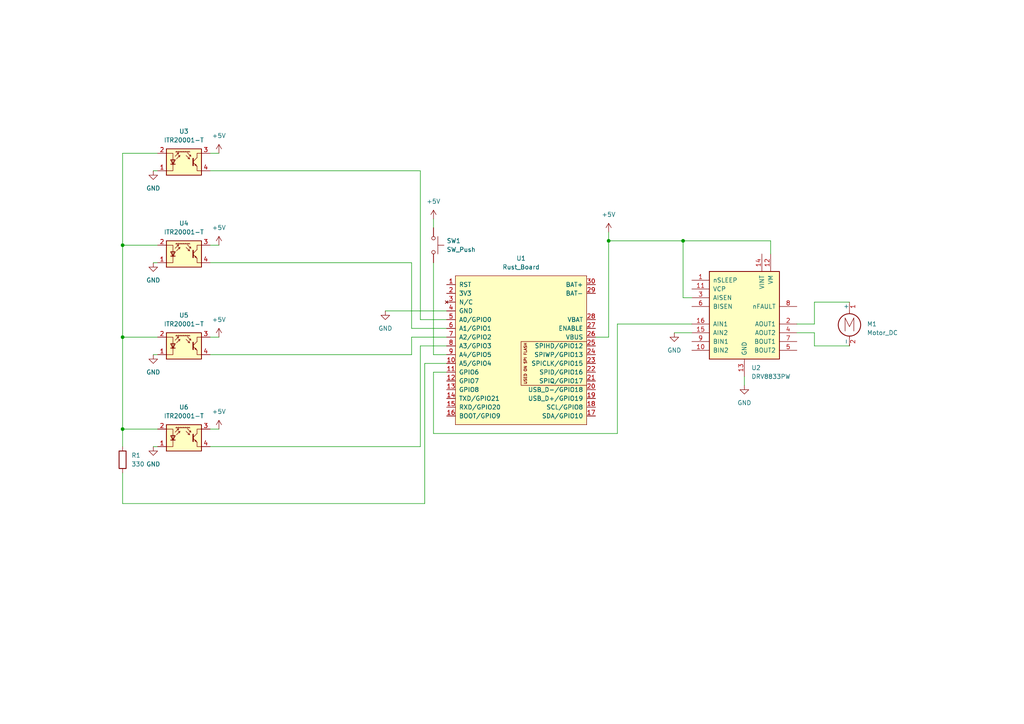
<source format=kicad_sch>
(kicad_sch (version 20211123) (generator eeschema)
  (paper "A4")
  (lib_symbols
    (symbol "Device:R" (pin_numbers hide) (pin_names (offset 0))
      (property "Reference" "R" (at 2.032 0 90))
      (property "Value" "R" (at 0 0 90))
      (symbol "R_0_1"
        (rectangle (start -1.016 -2.54) (end 1.016 2.54) (stroke (width 0.254)))
      )
      (symbol "R_1_1"
        (pin passive line (at 0 3.81 270) (length 1.27) (name "~") (number "1"))
        (pin passive line (at 0 -3.81 90) (length 1.27) (name "~") (number "2"))
      )
    )
    (symbol "Driver_Motor:DRV8833PW" (pin_names (offset 1.016))
      (property "Reference" "U" (at -3.81 16.51 0))
      (property "Value" "DRV8833PW" (at -3.81 13.97 0))
      (symbol "DRV8833PW_0_1"
        (rectangle (start -10.16 12.7) (end 10.16 -12.7) (stroke (width 0.254)) (fill (type background)))
      )
      (symbol "DRV8833PW_1_1"
        (pin input line (at -15.24 10.16 0) (length 5.08) (name "nSLEEP") (number "1"))
        (pin input line (at -15.24 -10.16 0) (length 5.08) (name "BIN2") (number "10"))
        (pin bidirectional line (at -15.24 7.62 0) (length 5.08) (name "VCP") (number "11"))
        (pin power_in line (at 7.62 17.78 270) (length 5.08) (name "VM") (number "12"))
        (pin power_in line (at 0 -17.78 90) (length 5.08) (name "GND") (number "13"))
        (pin power_in line (at 5.08 17.78 270) (length 5.08) (name "VINT") (number "14"))
        (pin input line (at -15.24 -5.08 0) (length 5.08) (name "AIN2") (number "15"))
        (pin input line (at -15.24 -2.54 0) (length 5.08) (name "AIN1") (number "16"))
        (pin power_out line (at 15.24 -2.54 180) (length 5.08) (name "AOUT1") (number "2"))
        (pin bidirectional line (at -15.24 5.08 0) (length 5.08) (name "AISEN") (number "3"))
        (pin power_out line (at 15.24 -5.08 180) (length 5.08) (name "AOUT2") (number "4"))
        (pin power_out line (at 15.24 -10.16 180) (length 5.08) (name "BOUT2") (number "5"))
        (pin bidirectional line (at -15.24 2.54 0) (length 5.08) (name "BISEN") (number "6"))
        (pin power_out line (at 15.24 -7.62 180) (length 5.08) (name "BOUT1") (number "7"))
        (pin open_collector line (at 15.24 2.54 180) (length 5.08) (name "nFAULT") (number "8"))
        (pin input line (at -15.24 -7.62 0) (length 5.08) (name "BIN1") (number "9"))
      )
    )
    (symbol "Motor:Motor_DC" (pin_names (offset 0))
      (property "Reference" "M" (at 2.54 2.54 0))
      (property "Value" "Motor_DC" (at 2.54 -5.08 0))
      (symbol "Motor_DC_0_0"
        (polyline (pts (xy -1.27 -3.302) (xy -1.27 0.508) (xy 0 -2.032) (xy 1.27 0.508) (xy 1.27 -3.302)))
      )
      (symbol "Motor_DC_0_1"
        (circle (center 0 -1.524) (radius 3.2512) (stroke (width 0.254)))
        (polyline (pts (xy 0 -7.62) (xy 0 -7.112)))
        (polyline (pts (xy 0 -4.7752) (xy 0 -5.1816)))
        (polyline (pts (xy 0 1.7272) (xy 0 2.0828)))
        (polyline (pts (xy 0 2.032) (xy 0 2.54)))
      )
      (symbol "Motor_DC_1_1"
        (pin passive line (at 0 5.08 270) (length 2.54) (name "+") (number "1"))
        (pin passive line (at 0 -7.62 90) (length 2.54) (name "-") (number "2"))
      )
    )
    (symbol "Rust_Board:Rust_Board" (pin_names (offset 1.016))
      (property "Reference" "U" (at 0 22.86 0))
      (property "Value" "Rust_Board" (at 0 -22.86 0))
      (symbol "Rust_Board_0_0"
        (rectangle (start 0 2.54) (end 19.05 -10.16))
        (text "USED ON SPI FLASH" (at 1.27 -3.81 900) (effects (font (size 0.7874 0.7874))))
      )
      (symbol "Rust_Board_0_1"
        (rectangle (start -19.05 21.59) (end 19.05 -21.59) (fill (type background)))
      )
      (symbol "Rust_Board_1_1"
        (pin input line (at -21.59 19.05 0) (length 2.54) (name "RST") (number "1"))
        (pin bidirectional line (at -21.59 -3.81 0) (length 2.54) (name "A5/GPIO4") (number "10"))
        (pin bidirectional line (at -21.59 -6.35 0) (length 2.54) (name "GPIO6") (number "11"))
        (pin bidirectional line (at -21.59 -8.89 0) (length 2.54) (name "GPIO7") (number "12"))
        (pin bidirectional line (at -21.59 -11.43 0) (length 2.54) (name "GPIO8") (number "13"))
        (pin bidirectional line (at -21.59 -13.97 0) (length 2.54) (name "TXD/GPIO21") (number "14"))
        (pin bidirectional line (at -21.59 -16.51 0) (length 2.54) (name "RXD/GPIO20") (number "15"))
        (pin bidirectional line (at -21.59 -19.05 0) (length 2.54) (name "BOOT/GPIO9") (number "16"))
        (pin bidirectional line (at 21.59 -19.05 180) (length 2.54) (name "SDA/GPIO10") (number "17"))
        (pin bidirectional line (at 21.59 -16.51 180) (length 2.54) (name "SCL/GPIO8") (number "18"))
        (pin bidirectional line (at 21.59 -13.97 180) (length 2.54) (name "USB_D+/GPIO19") (number "19"))
        (pin power_in line (at -21.59 16.51 0) (length 2.54) (name "3V3") (number "2"))
        (pin bidirectional line (at 21.59 -11.43 180) (length 2.54) (name "USB_D-/GPIO18") (number "20"))
        (pin bidirectional line (at 21.59 -8.89 180) (length 2.54) (name "SPIQ/GPIO17") (number "21"))
        (pin bidirectional line (at 21.59 -6.35 180) (length 2.54) (name "SPID/GPIO16") (number "22"))
        (pin bidirectional line (at 21.59 -3.81 180) (length 2.54) (name "SPICLK/GPIO15") (number "23"))
        (pin bidirectional line (at 21.59 -1.27 180) (length 2.54) (name "SPIWP/GPIO13") (number "24"))
        (pin bidirectional line (at 21.59 1.27 180) (length 2.54) (name "SPIHD/GPIO12") (number "25"))
        (pin power_in line (at 21.59 3.81 180) (length 2.54) (name "VBUS") (number "26"))
        (pin input line (at 21.59 6.35 180) (length 2.54) (name "ENABLE") (number "27"))
        (pin power_in line (at 21.59 8.89 180) (length 2.54) (name "VBAT") (number "28"))
        (pin power_in line (at 21.59 16.51 180) (length 2.54) (name "BAT-") (number "29"))
        (pin no_connect line (at -21.59 13.97 0) (length 2.54) (name "N/C") (number "3"))
        (pin power_in line (at 21.59 19.05 180) (length 2.54) (name "BAT+") (number "30"))
        (pin power_in line (at -21.59 11.43 0) (length 2.54) (name "GND") (number "4"))
        (pin bidirectional line (at -21.59 8.89 0) (length 2.54) (name "A0/GPIO0") (number "5"))
        (pin bidirectional line (at -21.59 6.35 0) (length 2.54) (name "A1/GPIO1") (number "6"))
        (pin bidirectional line (at -21.59 3.81 0) (length 2.54) (name "A2/GPIO2") (number "7"))
        (pin bidirectional line (at -21.59 1.27 0) (length 2.54) (name "A3/GPIO3") (number "8"))
        (pin bidirectional line (at -21.59 -1.27 0) (length 2.54) (name "A4/GPIO5") (number "9"))
      )
    )
    (symbol "Sensor_Proximity:ITR1201SR10AR" (pin_names (offset 0.0254) hide)
      (property "Reference" "U" (at -3.81 5.08 0))
      (property "Value" "ITR1201SR10AR" (at 15.24 5.08 0))
      (symbol "ITR1201SR10AR_0_1"
        (polyline (pts (xy -3.81 -0.635) (xy -2.54 -0.635)) (stroke (width 0.254)))
        (polyline (pts (xy -2.286 2.921) (xy -2.032 3.175)))
        (polyline (pts (xy -1.778 2.921) (xy -1.524 3.175)))
        (polyline (pts (xy -1.524 2.667) (xy -1.651 2.159)))
        (polyline (pts (xy -1.27 2.921) (xy -1.016 3.175)))
        (polyline (pts (xy -1.143 1.905) (xy -1.27 1.397)))
        (polyline (pts (xy -0.762 2.921) (xy -0.508 3.175)))
        (polyline (pts (xy -0.254 2.921) (xy 0 3.175)))
        (polyline (pts (xy 0.254 2.921) (xy 0.508 3.175)))
        (polyline (pts (xy 0.762 2.921) (xy 1.016 3.175)))
        (polyline (pts (xy 1.27 2.921) (xy 1.524 3.175)))
        (polyline (pts (xy 1.651 0.889) (xy 1.143 1.016)))
        (polyline (pts (xy 1.778 2.921) (xy -2.413 2.921)))
        (polyline (pts (xy 2.032 1.651) (xy 1.524 1.778)))
        (polyline (pts (xy 2.667 -0.127) (xy 3.81 -1.27)))
        (polyline (pts (xy 2.667 0.127) (xy 3.81 1.27)))
        (polyline (pts (xy -2.54 1.651) (xy -1.524 2.667) (xy -2.032 2.54)))
        (polyline (pts (xy -2.159 0.889) (xy -1.143 1.905) (xy -1.651 1.778)))
        (polyline (pts (xy 0.635 1.905) (xy 1.651 0.889) (xy 1.524 1.397)))
        (polyline (pts (xy 1.016 2.667) (xy 2.032 1.651) (xy 1.905 2.159)))
        (polyline (pts (xy 2.667 1.016) (xy 2.667 -1.016) (xy 2.667 -1.016)) (stroke (width 0.3556)))
        (polyline (pts (xy 3.81 -1.27) (xy 3.81 -2.54) (xy 5.08 -2.54)))
        (polyline (pts (xy 3.81 1.27) (xy 3.81 2.54) (xy 5.08 2.54)))
        (polyline (pts (xy -5.08 -2.54) (xy -3.175 -2.54) (xy -3.175 2.54) (xy -5.08 2.54)))
        (polyline (pts (xy -3.175 -0.635) (xy -3.81 0.635) (xy -2.54 0.635) (xy -3.175 -0.635)) (stroke (width 0.254)))
        (polyline (pts (xy 3.683 -1.143) (xy 3.429 -0.635) (xy 3.175 -0.889) (xy 3.683 -1.143)))
        (polyline (pts (xy -5.08 -3.81) (xy 5.08 -3.81) (xy 5.08 3.81) (xy -5.08 3.81) (xy -5.08 -3.81)) (stroke (width 0.254)) (fill (type background)))
      )
      (symbol "ITR1201SR10AR_1_1"
        (pin passive line (at -7.62 -2.54 0) (length 2.54) (name "K") (number "1"))
        (pin passive line (at -7.62 2.54 0) (length 2.54) (name "A") (number "2"))
        (pin open_collector line (at 7.62 2.54 180) (length 2.54) (name "~") (number "3"))
        (pin open_emitter line (at 7.62 -2.54 180) (length 2.54) (name "~") (number "4"))
      )
    )
    (symbol "Switch:SW_Push" (pin_numbers hide) (pin_names (offset 1.016) hide)
      (property "Reference" "SW" (at 1.27 2.54 0))
      (property "Value" "SW_Push" (at 0 -1.524 0))
      (symbol "SW_Push_0_1"
        (circle (center -2.032 0) (radius 0.508))
        (polyline (pts (xy 0 1.27) (xy 0 3.048)))
        (polyline (pts (xy 2.54 1.27) (xy -2.54 1.27)))
        (circle (center 2.032 0) (radius 0.508))
        (pin passive line (at -5.08 0 0) (length 2.54) (name "1") (number "1"))
        (pin passive line (at 5.08 0 180) (length 2.54) (name "2") (number "2"))
      )
    )
    (symbol "power:+5V" (power) (pin_names (offset 0))
      (property "Value" "+5V" (at 0 3.556 0))
      (symbol "+5V_0_1"
        (polyline (pts (xy -0.762 1.27) (xy 0 2.54)))
        (polyline (pts (xy 0 0) (xy 0 2.54)))
        (polyline (pts (xy 0 2.54) (xy 0.762 1.27)))
      )
      (symbol "+5V_1_1"
        (pin power_in line (at 0 0 90) (length 0) hide (name "+5V") (number "1"))
      )
    )
    (symbol "power:GND" (power) (pin_names (offset 0))
      (property "Value" "GND" (at 0 -3.81 0))
      (symbol "GND_0_1"
        (polyline (pts (xy 0 0) (xy 0 -1.27) (xy 1.27 -1.27) (xy 0 -2.54) (xy -1.27 -1.27) (xy 0 -1.27)))
      )
      (symbol "GND_1_1"
        (pin power_in line (at 0 0 270) (length 0) hide (name "GND") (number "1"))
      )
    )
  )
  (junction (at 176.53 69.85))
  (junction (at 35.56 124.46))
  (junction (at 198.12 69.85))
  (junction (at 35.56 71.12))
  (junction (at 35.56 97.79))
  (wire (pts (xy 129.54 105.41) (xy 123.19 105.41)))
  (wire (pts (xy 231.14 96.52) (xy 236.22 96.52)))
  (wire (pts (xy 125.73 125.73) (xy 179.07 125.73)))
  (wire (pts (xy 119.38 95.25) (xy 119.38 76.2)))
  (wire (pts (xy 125.73 63.5) (xy 125.73 66.04)))
  (wire (pts (xy 195.58 96.52) (xy 200.66 96.52)))
  (wire (pts (xy 129.54 95.25) (xy 119.38 95.25)))
  (wire (pts (xy 60.96 49.53) (xy 121.92 49.53)))
  (wire (pts (xy 123.19 146.05) (xy 35.56 146.05)))
  (wire (pts (xy 129.54 107.95) (xy 125.73 107.95)))
  (wire (pts (xy 198.12 69.85) (xy 223.52 69.85)))
  (wire (pts (xy 60.96 44.45) (xy 63.5 44.45)))
  (wire (pts (xy 129.54 92.71) (xy 121.92 92.71)))
  (wire (pts (xy 60.96 129.54) (xy 121.92 129.54)))
  (wire (pts (xy 44.45 129.54) (xy 45.72 129.54)))
  (wire (pts (xy 35.56 97.79) (xy 35.56 124.46)))
  (wire (pts (xy 60.96 97.79) (xy 63.5 97.79)))
  (wire (pts (xy 198.12 69.85) (xy 198.12 86.36)))
  (wire (pts (xy 60.96 102.87) (xy 119.38 102.87)))
  (wire (pts (xy 35.56 71.12) (xy 35.56 97.79)))
  (wire (pts (xy 60.96 71.12) (xy 63.5 71.12)))
  (wire (pts (xy 111.76 90.17) (xy 129.54 90.17)))
  (wire (pts (xy 35.56 71.12) (xy 45.72 71.12)))
  (wire (pts (xy 129.54 97.79) (xy 119.38 97.79)))
  (wire (pts (xy 60.96 124.46) (xy 63.5 124.46)))
  (wire (pts (xy 200.66 86.36) (xy 198.12 86.36)))
  (wire (pts (xy 236.22 93.98) (xy 236.22 87.63)))
  (wire (pts (xy 236.22 96.52) (xy 236.22 100.33)))
  (wire (pts (xy 35.56 124.46) (xy 45.72 124.46)))
  (wire (pts (xy 176.53 97.79) (xy 176.53 69.85)))
  (wire (pts (xy 176.53 69.85) (xy 198.12 69.85)))
  (wire (pts (xy 223.52 69.85) (xy 223.52 73.66)))
  (wire (pts (xy 176.53 67.31) (xy 176.53 69.85)))
  (wire (pts (xy 119.38 97.79) (xy 119.38 102.87)))
  (wire (pts (xy 35.56 44.45) (xy 35.56 71.12)))
  (wire (pts (xy 179.07 93.98) (xy 200.66 93.98)))
  (wire (pts (xy 172.72 97.79) (xy 176.53 97.79)))
  (wire (pts (xy 35.56 146.05) (xy 35.56 137.16)))
  (wire (pts (xy 44.45 76.2) (xy 45.72 76.2)))
  (wire (pts (xy 179.07 125.73) (xy 179.07 93.98)))
  (wire (pts (xy 236.22 87.63) (xy 246.38 87.63)))
  (wire (pts (xy 44.45 102.87) (xy 45.72 102.87)))
  (wire (pts (xy 60.96 76.2) (xy 119.38 76.2)))
  (wire (pts (xy 129.54 100.33) (xy 121.92 100.33)))
  (wire (pts (xy 125.73 107.95) (xy 125.73 125.73)))
  (wire (pts (xy 231.14 93.98) (xy 236.22 93.98)))
  (wire (pts (xy 121.92 100.33) (xy 121.92 129.54)))
  (wire (pts (xy 121.92 92.71) (xy 121.92 49.53)))
  (wire (pts (xy 35.56 44.45) (xy 45.72 44.45)))
  (wire (pts (xy 129.54 102.87) (xy 125.73 102.87)))
  (wire (pts (xy 125.73 76.2) (xy 125.73 102.87)))
  (wire (pts (xy 236.22 100.33) (xy 246.38 100.33)))
  (wire (pts (xy 215.9 109.22) (xy 215.9 111.76)))
  (wire (pts (xy 35.56 97.79) (xy 45.72 97.79)))
  (wire (pts (xy 35.56 124.46) (xy 35.56 129.54)))
  (wire (pts (xy 123.19 105.41) (xy 123.19 146.05)))
  (wire (pts (xy 44.45 49.53) (xy 45.72 49.53)))
  (symbol (lib_id "Motor:Motor_DC") (at 246.38 92.71 0) (unit 1)
    (property "Reference" "M1" (at 251.46 93.9799 0) (effects (justify left)))
    (property "Value" "Motor_DC" (at 251.46 96.5199 0) (effects (justify left)))
  )
  (symbol (lib_id "Sensor_Proximity:ITR1201SR10AR") (at 53.34 73.66 0) (unit 1)
    (property "Reference" "U4" (at 53.34 64.77 0))
    (property "Value" "ITR20001-T" (at 53.34 67.31 0))
    (property "Footprint" "OptoDevice:Everlight_ITR1201SR10AR" (effects hide))
    (property "Datasheet" "http://www.everlight.com/file/ProductFile/ITR1201SR10AR-TR.pdf" (effects hide))
  )
  (symbol (lib_id "power:GND") (at 195.58 96.52 0) (unit 1)
    (property "Reference" "#PWR?" (effects hide))
    (property "Value" "GND" (at 195.58 101.6 0))
  )
  (symbol (lib_id "power:GND") (at 44.45 49.53 0) (unit 1)
    (property "Reference" "#PWR?" (effects hide))
    (property "Value" "GND" (at 44.45 54.61 0))
  )
  (symbol (lib_id "power:GND") (at 215.9 111.76 0) (unit 1)
    (property "Reference" "#PWR?" (effects hide))
    (property "Value" "GND" (at 215.9 116.84 0))
  )
  (symbol (lib_id "Driver_Motor:DRV8833PW") (at 215.9 91.44 0) (unit 1)
    (property "Reference" "U2" (at 217.9194 106.68 0) (effects (justify left)))
    (property "Value" "DRV8833PW" (at 217.9194 109.22 0) (effects (justify left)))
    (property "Footprint" "Package_SO:TSSOP-16_4.4x5mm_P0.65mm" (effects hide))
    (property "Datasheet" "http://www.ti.com/lit/ds/symlink/drv8833.pdf" (effects hide))
  )
  (symbol (lib_id "Device:R") (at 35.56 133.35 0) (unit 1)
    (property "Reference" "R1" (at 38.1 132.0799 0) (effects (justify left)))
    (property "Value" "330" (at 38.1 134.6199 0) (effects (justify left)))
  )
  (symbol (lib_id "power:+5V") (at 63.5 44.45 0) (unit 1)
    (property "Reference" "#PWR?" (effects hide))
    (property "Value" "+5V" (at 63.5 39.37 0))
  )
  (symbol (lib_id "Sensor_Proximity:ITR1201SR10AR") (at 53.34 100.33 0) (unit 1)
    (property "Reference" "U5" (at 53.34 91.44 0))
    (property "Value" "ITR20001-T" (at 53.34 93.98 0))
    (property "Footprint" "OptoDevice:Everlight_ITR1201SR10AR" (effects hide))
    (property "Datasheet" "http://www.everlight.com/file/ProductFile/ITR1201SR10AR-TR.pdf" (effects hide))
  )
  (symbol (lib_id "power:GND") (at 44.45 129.54 0) (unit 1)
    (property "Reference" "#PWR?" (effects hide))
    (property "Value" "GND" (at 44.45 134.62 0))
  )
  (symbol (lib_id "power:+5V") (at 63.5 97.79 0) (unit 1)
    (property "Reference" "#PWR?" (effects hide))
    (property "Value" "+5V" (at 63.5 92.71 0))
  )
  (symbol (lib_id "Sensor_Proximity:ITR1201SR10AR") (at 53.34 46.99 0) (unit 1)
    (property "Reference" "U3" (at 53.34 38.1 0))
    (property "Value" "ITR20001-T" (at 53.34 40.64 0))
    (property "Footprint" "OptoDevice:Everlight_ITR1201SR10AR" (effects hide))
    (property "Datasheet" "http://www.everlight.com/file/ProductFile/ITR1201SR10AR-TR.pdf" (effects hide))
  )
  (symbol (lib_id "Sensor_Proximity:ITR1201SR10AR") (at 53.34 127 0) (unit 1)
    (property "Reference" "U6" (at 53.34 118.11 0))
    (property "Value" "ITR20001-T" (at 53.34 120.65 0))
    (property "Footprint" "OptoDevice:Everlight_ITR1201SR10AR" (effects hide))
    (property "Datasheet" "http://www.everlight.com/file/ProductFile/ITR1201SR10AR-TR.pdf" (effects hide))
  )
  (symbol (lib_id "power:GND") (at 44.45 76.2 0) (unit 1)
    (property "Reference" "#PWR?" (effects hide))
    (property "Value" "GND" (at 44.45 81.28 0))
  )
  (symbol (lib_id "power:+5V") (at 63.5 71.12 0) (unit 1)
    (property "Reference" "#PWR?" (effects hide))
    (property "Value" "+5V" (at 63.5 66.04 0))
  )
  (symbol (lib_id "power:GND") (at 44.45 102.87 0) (unit 1)
    (property "Reference" "#PWR?" (effects hide))
    (property "Value" "GND" (at 44.45 107.95 0))
  )
  (symbol (lib_id "power:+5V") (at 63.5 124.46 0) (unit 1)
    (property "Reference" "#PWR?" (effects hide))
    (property "Value" "+5V" (at 63.5 119.38 0))
  )
  (symbol (lib_id "Switch:SW_Push") (at 125.73 71.12 270) (unit 1)
    (property "Reference" "SW1" (at 129.54 69.8499 90) (effects (justify left)))
    (property "Value" "SW_Push" (at 129.54 72.3899 90) (effects (justify left)))
  )
  (symbol (lib_id "Rust_Board:Rust_Board") (at 151.13 101.6 0) (unit 1)
    (property "Reference" "U1" (at 151.13 74.93 0))
    (property "Value" "Rust_Board" (at 151.13 77.47 0))
    (property "Footprint" "Rust_Board:Rust_Board_Ret" (effects hide))
  )
  (symbol (lib_id "power:+5V") (at 125.73 63.5 0) (unit 1)
    (property "Reference" "#PWR?" (effects hide))
    (property "Value" "+5V" (at 125.73 58.42 0))
  )
  (symbol (lib_id "power:GND") (at 111.76 90.17 0) (unit 1)
    (property "Reference" "#PWR?" (effects hide))
    (property "Value" "GND" (at 111.76 95.25 0))
  )
  (symbol (lib_id "power:+5V") (at 176.53 67.31 0) (unit 1)
    (property "Reference" "#PWR?" (effects hide))
    (property "Value" "+5V" (at 176.53 62.23 0))
  )
)
</source>
